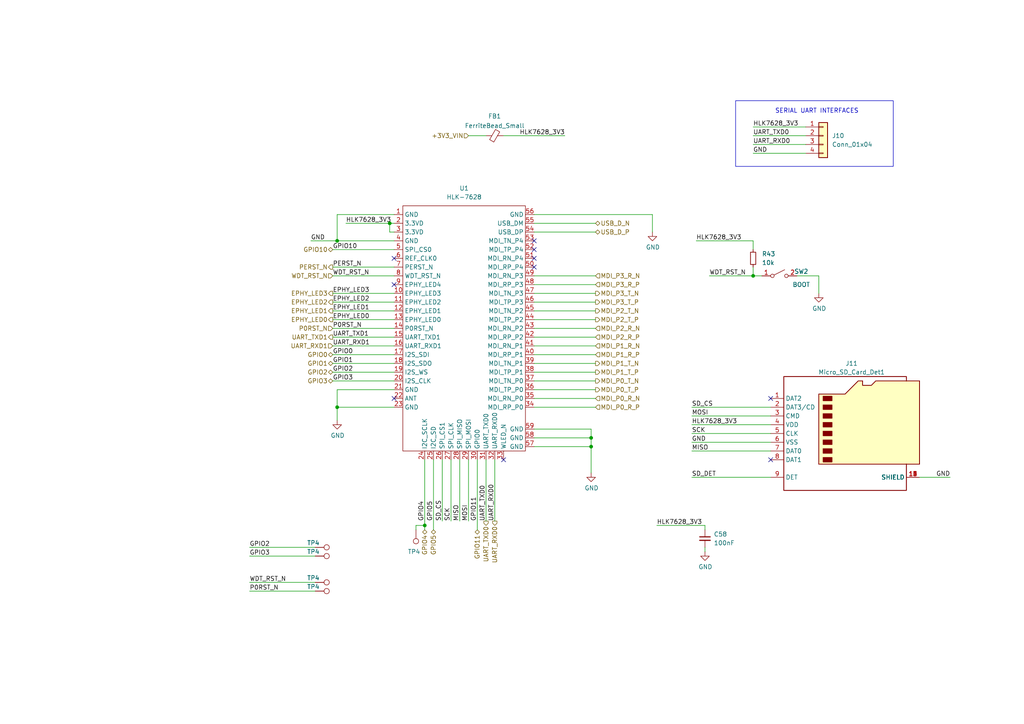
<source format=kicad_sch>
(kicad_sch (version 20230121) (generator eeschema)
  (paper "A4")
  (lib_symbols
    (symbol "Connector:Micro_SD_Card_Det1"
      (property "Reference" "J11" (at 0.635 20.32 0))
      (property "Value" "Micro_SD_Card_Det1" (at 0.635 17.78 0))
      (symbol "Micro_SD_Card_Det1_0_1"
        (rectangle (start -7.62 -6.985) (end -5.08 -8.255) (stroke (width 0.254)) (fill (type outline)))
        (rectangle (start -7.62 -4.445) (end -5.08 -5.715) (stroke (width 0.254)) (fill (type outline)))
        (rectangle (start -7.62 -1.905) (end -5.08 -3.175) (stroke (width 0.254)) (fill (type outline)))
        (rectangle (start -7.62 0.635) (end -5.08 -0.635) (stroke (width 0.254)) (fill (type outline)))
        (rectangle (start -7.62 3.175) (end -5.08 1.905) (stroke (width 0.254)) (fill (type outline)))
        (rectangle (start -7.62 5.715) (end -5.08 4.445) (stroke (width 0.254)) (fill (type outline)))
        (rectangle (start -7.62 8.255) (end -5.08 6.985) (stroke (width 0.254)) (fill (type outline)))
        (rectangle (start -7.62 10.795) (end -5.08 9.525) (stroke (width 0.254)) (fill (type outline)))
        (polyline (pts (xy 16.51 15.24) (xy 16.51 16.51) (xy -19.05 16.51) (xy -19.05 -16.51) (xy 16.51 -16.51) (xy 16.51 -8.89)) (stroke (width 0.254)))
        (polyline (pts (xy -8.89 -8.89) (xy -8.89 11.43) (xy -1.27 11.43) (xy 2.54 15.24) (xy 3.81 15.24) (xy 3.81 13.97) (xy 6.35 13.97) (xy 7.62 15.24) (xy 20.32 15.24) (xy 20.32 -8.89) (xy -8.89 -8.89)) (stroke (width 0.254)) (fill (type background)))
      )
      (symbol "Micro_SD_Card_Det1_1_1"
        (pin bidirectional line (at -22.86 10.16 0) (length 3.81) (name "DAT2") (number "1"))
        (pin passive line (at 20.32 -12.7 180) (length 3.81) (name "SHIELD") (number "10"))
        (pin passive line (at 20.32 -12.7 180) (length 3.81) (name "SHIELD") (number "11"))
        (pin passive line (at 20.32 -12.7 180) (length 3.81) (name "SHIELD") (number "12"))
        (pin passive line (at 20.32 -12.7 180) (length 3.81) (name "SHIELD") (number "13"))
        (pin passive line (at 20.32 -12.7 180) (length 3.81) (name "SHIELD") (number "14"))
        (pin passive line (at 20.32 -12.7 180) (length 3.81) (name "SHIELD") (number "15"))
        (pin bidirectional line (at -22.86 7.62 0) (length 3.81) (name "DAT3/CD") (number "2"))
        (pin input line (at -22.86 5.08 0) (length 3.81) (name "CMD") (number "3"))
        (pin power_in line (at -22.86 2.54 0) (length 3.81) (name "VDD") (number "4"))
        (pin input line (at -22.86 0 0) (length 3.81) (name "CLK") (number "5"))
        (pin power_in line (at -22.86 -2.54 0) (length 3.81) (name "VSS") (number "6"))
        (pin bidirectional line (at -22.86 -5.08 0) (length 3.81) (name "DAT0") (number "7"))
        (pin bidirectional line (at -22.86 -7.62 0) (length 3.81) (name "DAT1") (number "8"))
        (pin passive line (at -22.86 -12.7 0) (length 3.81) (name "DET") (number "9"))
      )
    )
    (symbol "Connector:TestPoint" (pin_numbers hide) (pin_names (offset 0.762) hide)
      (property "Reference" "TP" (at 0 6.858 0))
      (property "Value" "TestPoint" (at 0 5.08 0))
      (symbol "TestPoint_0_1"
        (circle (center 0 3.302) (radius 0.762))
      )
      (symbol "TestPoint_1_1"
        (pin passive line (at 0 0 90) (length 2.54) (name "1") (number "1"))
      )
    )
    (symbol "Connector_Generic:Conn_01x04" (pin_names (offset 1.016) hide)
      (property "Reference" "J" (at 0 5.08 0))
      (property "Value" "Conn_01x04" (at 0 -7.62 0))
      (symbol "Conn_01x04_1_1"
        (rectangle (start -1.27 -4.953) (end 0 -5.207) (stroke (width 0.1524)))
        (rectangle (start -1.27 -2.413) (end 0 -2.667) (stroke (width 0.1524)))
        (rectangle (start -1.27 0.127) (end 0 -0.127) (stroke (width 0.1524)))
        (rectangle (start -1.27 2.667) (end 0 2.413) (stroke (width 0.1524)))
        (rectangle (start -1.27 3.81) (end 1.27 -6.35) (stroke (width 0.254)) (fill (type background)))
        (pin passive line (at -5.08 2.54 0) (length 3.81) (name "Pin_1") (number "1"))
        (pin passive line (at -5.08 0 0) (length 3.81) (name "Pin_2") (number "2"))
        (pin passive line (at -5.08 -2.54 0) (length 3.81) (name "Pin_3") (number "3"))
        (pin passive line (at -5.08 -5.08 0) (length 3.81) (name "Pin_4") (number "4"))
      )
    )
    (symbol "Device:C_Small" (pin_numbers hide) (pin_names (offset 0.254) hide)
      (property "Reference" "C" (at 0.254 1.778 0))
      (property "Value" "C_Small" (at 0.254 -2.032 0))
      (symbol "C_Small_0_1"
        (polyline (pts (xy -1.524 -0.508) (xy 1.524 -0.508)) (stroke (width 0.3302)))
        (polyline (pts (xy -1.524 0.508) (xy 1.524 0.508)) (stroke (width 0.3048)))
      )
      (symbol "C_Small_1_1"
        (pin passive line (at 0 2.54 270) (length 2.032) (name "~") (number "1"))
        (pin passive line (at 0 -2.54 90) (length 2.032) (name "~") (number "2"))
      )
    )
    (symbol "Device:FerriteBead_Small" (pin_numbers hide) (pin_names (offset 0))
      (property "Reference" "FB" (at 1.905 1.27 0))
      (property "Value" "FerriteBead_Small" (at 1.905 -1.27 0))
      (symbol "FerriteBead_Small_0_1"
        (polyline (pts (xy 0 -1.27) (xy 0 -0.7874)))
        (polyline (pts (xy 0 0.889) (xy 0 1.2954)))
        (polyline (pts (xy -1.8288 0.2794) (xy -1.1176 1.4986) (xy 1.8288 -0.2032) (xy 1.1176 -1.4224) (xy -1.8288 0.2794)))
      )
      (symbol "FerriteBead_Small_1_1"
        (pin passive line (at 0 2.54 270) (length 1.27) (name "~") (number "1"))
        (pin passive line (at 0 -2.54 90) (length 1.27) (name "~") (number "2"))
      )
    )
    (symbol "Device:R_Small" (pin_numbers hide) (pin_names (offset 0.254) hide)
      (property "Reference" "R" (at 0.762 0.508 0))
      (property "Value" "R_Small" (at 0.762 -1.016 0))
      (symbol "R_Small_0_1"
        (rectangle (start -0.762 1.778) (end 0.762 -1.778) (stroke (width 0.2032)))
      )
      (symbol "R_Small_1_1"
        (pin passive line (at 0 2.54 270) (length 0.762) (name "~") (number "1"))
        (pin passive line (at 0 -2.54 90) (length 0.762) (name "~") (number "2"))
      )
    )
    (symbol "gabriel:HLK-7628"
      (property "Reference" "U" (at 0 1.27 0))
      (property "Value" "HLK-7628" (at 0 -2.54 0))
      (symbol "HLK-7628_0_1"
        (rectangle (start -17.78 0) (end 17.78 -71.12))
      )
      (symbol "HLK-7628_1_1"
        (pin passive line (at -20.32 -2.54 0) (length 2.54) (name "GND") (number "1"))
        (pin bidirectional line (at -20.32 -25.4 0) (length 2.54) (name "EPHY_LED3") (number "10"))
        (pin bidirectional line (at -20.32 -27.94 0) (length 2.54) (name "EPHY_LED2") (number "11"))
        (pin bidirectional line (at -20.32 -30.48 0) (length 2.54) (name "EPHY_LED1") (number "12"))
        (pin bidirectional line (at -20.32 -33.02 0) (length 2.54) (name "EPHY_LED0") (number "13"))
        (pin bidirectional line (at -20.32 -35.56 0) (length 2.54) (name "P0RST_N") (number "14"))
        (pin output line (at -20.32 -38.1 0) (length 2.54) (name "UART_TXD1") (number "15"))
        (pin input line (at -20.32 -40.64 0) (length 2.54) (name "UART_RXD1") (number "16"))
        (pin bidirectional line (at -20.32 -43.18 0) (length 2.54) (name "I2S_SDI") (number "17"))
        (pin bidirectional line (at -20.32 -45.72 0) (length 2.54) (name "I2S_SDO") (number "18"))
        (pin bidirectional line (at -20.32 -48.26 0) (length 2.54) (name "I2S_WS") (number "19"))
        (pin power_in line (at -20.32 -5.08 0) (length 2.54) (name "3.3VD") (number "2"))
        (pin bidirectional line (at -20.32 -50.8 0) (length 2.54) (name "I2S_CLK") (number "20"))
        (pin passive line (at -20.32 -53.34 0) (length 2.54) (name "GND") (number "21"))
        (pin passive line (at -20.32 -55.88 0) (length 2.54) (name "ANT") (number "22"))
        (pin passive line (at -20.32 -58.42 0) (length 2.54) (name "GND") (number "23"))
        (pin bidirectional line (at -11.43 -73.66 90) (length 2.54) (name "I2C_SCLK") (number "24"))
        (pin bidirectional line (at -8.89 -73.66 90) (length 2.54) (name "I2C_SD") (number "25"))
        (pin bidirectional line (at -6.35 -73.66 90) (length 2.54) (name "SPI_CS1") (number "26"))
        (pin bidirectional line (at -3.81 -73.66 90) (length 2.54) (name "SPI_CLK") (number "27"))
        (pin bidirectional line (at -1.27 -73.66 90) (length 2.54) (name "SPI_MISO") (number "28"))
        (pin bidirectional line (at 1.27 -73.66 90) (length 2.54) (name "SPI_MOSI") (number "29"))
        (pin power_in line (at -20.32 -7.62 0) (length 2.54) (name "3.3VD") (number "3"))
        (pin bidirectional line (at 3.81 -73.66 90) (length 2.54) (name "GPIO0") (number "30"))
        (pin output line (at 6.35 -73.66 90) (length 2.54) (name "UART_TXD0") (number "31"))
        (pin input line (at 8.89 -73.66 90) (length 2.54) (name "UART_RXD0") (number "32"))
        (pin bidirectional line (at 11.43 -73.66 90) (length 2.54) (name "WLED_N") (number "33"))
        (pin bidirectional line (at 20.32 -58.42 180) (length 2.54) (name "MDI_RP_P0") (number "34"))
        (pin bidirectional line (at 20.32 -55.88 180) (length 2.54) (name "MDI_RN_P0") (number "35"))
        (pin bidirectional line (at 20.32 -53.34 180) (length 2.54) (name "MDI_TP_P0") (number "36"))
        (pin bidirectional line (at 20.32 -50.8 180) (length 2.54) (name "MDI_TN_P0") (number "37"))
        (pin bidirectional line (at 20.32 -48.26 180) (length 2.54) (name "MDI_TP_P1") (number "38"))
        (pin bidirectional line (at 20.32 -45.72 180) (length 2.54) (name "MDI_TN_P1") (number "39"))
        (pin passive line (at -20.32 -10.16 0) (length 2.54) (name "GND") (number "4"))
        (pin bidirectional line (at 20.32 -43.18 180) (length 2.54) (name "MDI_RP_P1") (number "40"))
        (pin bidirectional line (at 20.32 -40.64 180) (length 2.54) (name "MDI_RN_P1") (number "41"))
        (pin bidirectional line (at 20.32 -38.1 180) (length 2.54) (name "MDI_RP_P2") (number "42"))
        (pin bidirectional line (at 20.32 -35.56 180) (length 2.54) (name "MDI_RN_P2") (number "43"))
        (pin bidirectional line (at 20.32 -33.02 180) (length 2.54) (name "MDI_TP_P2") (number "44"))
        (pin bidirectional line (at 20.32 -30.48 180) (length 2.54) (name "MDI_TN_P2") (number "45"))
        (pin bidirectional line (at 20.32 -27.94 180) (length 2.54) (name "MDI_TP_P3") (number "46"))
        (pin bidirectional line (at 20.32 -25.4 180) (length 2.54) (name "MDI_TN_P3") (number "47"))
        (pin bidirectional line (at 20.32 -22.86 180) (length 2.54) (name "MDI_RP_P3") (number "48"))
        (pin bidirectional line (at 20.32 -20.32 180) (length 2.54) (name "MDI_RN_P3") (number "49"))
        (pin bidirectional line (at -20.32 -12.7 0) (length 2.54) (name "SPI_CS0") (number "5"))
        (pin bidirectional line (at 20.32 -17.78 180) (length 2.54) (name "MDI_RP_P4") (number "50"))
        (pin bidirectional line (at 20.32 -15.24 180) (length 2.54) (name "MDI_RN_P4") (number "51"))
        (pin bidirectional line (at 20.32 -12.7 180) (length 2.54) (name "MDI_TP_P4") (number "52"))
        (pin bidirectional line (at 20.32 -10.16 180) (length 2.54) (name "MDI_TN_P4") (number "53"))
        (pin bidirectional line (at 20.32 -7.62 180) (length 2.54) (name "USB_DP") (number "54"))
        (pin bidirectional line (at 20.32 -5.08 180) (length 2.54) (name "USB_DM") (number "55"))
        (pin passive line (at 20.32 -2.54 180) (length 2.54) (name "GND") (number "56"))
        (pin passive line (at 20.32 -69.85 180) (length 2.54) (name "GND") (number "57"))
        (pin passive line (at 20.32 -67.31 180) (length 2.54) (name "GND") (number "58"))
        (pin passive line (at 20.32 -64.77 180) (length 2.54) (name "GND") (number "59"))
        (pin bidirectional line (at -20.32 -15.24 0) (length 2.54) (name "REF_CLK0") (number "6"))
        (pin bidirectional line (at -20.32 -17.78 0) (length 2.54) (name "PERST_N") (number "7"))
        (pin bidirectional line (at -20.32 -20.32 0) (length 2.54) (name "WDT_RST_N") (number "8"))
        (pin bidirectional line (at -20.32 -22.86 0) (length 2.54) (name "EPHY_LED4") (number "9"))
      )
    )
    (symbol "power:GND" (power) (pin_names (offset 0))
      (property "Value" "GND" (at 0 -3.81 0))
      (symbol "GND_0_1"
        (polyline (pts (xy 0 0) (xy 0 -1.27) (xy 1.27 -1.27) (xy 0 -2.54) (xy -1.27 -1.27) (xy 0 -1.27)))
      )
      (symbol "GND_1_1"
        (pin power_in line (at 0 0 270) (length 0) hide (name "GND") (number "1"))
      )
    )
    (symbol "switches:SW_SPST" (pin_names (offset 0) hide)
      (property "Reference" "SW" (at 0 3.175 0))
      (property "Value" "SW_SPST" (at 0 -2.54 0))
      (symbol "SW_SPST_0_0"
        (circle (center -2.032 0) (radius 0.508))
        (polyline (pts (xy -1.524 0.254) (xy 1.524 1.778)))
        (circle (center 2.032 0) (radius 0.508))
      )
      (symbol "SW_SPST_1_1"
        (pin passive line (at -5.08 0 0) (length 2.54) (name "A") (number "1"))
        (pin passive line (at 5.08 0 180) (length 2.54) (name "B") (number "2"))
      )
    )
  )
  (junction (at 171.45 127))
  (junction (at 97.79 69.85))
  (junction (at 97.79 118.11))
  (junction (at 113.03 64.77))
  (junction (at 218.44 80.01))
  (junction (at 171.45 129.54))
  (junction (at 123.19 152.4))
  (no_connect (at 114.3 74.93))
  (no_connect (at 154.94 77.47))
  (no_connect (at 114.3 115.57))
  (no_connect (at 146.05 133.35))
  (no_connect (at 154.94 72.39))
  (no_connect (at 154.94 69.85))
  (no_connect (at 223.52 133.35))
  (no_connect (at 154.94 74.93))
  (no_connect (at 223.52 115.57))
  (no_connect (at 114.3 82.55))
  (wire (pts (xy 200.66 118.11) (xy 223.52 118.11)))
  (wire (pts (xy 97.79 118.11) (xy 97.79 113.03)))
  (wire (pts (xy 154.94 124.46) (xy 171.45 124.46)))
  (wire (pts (xy 123.19 152.4) (xy 123.19 153.67)))
  (wire (pts (xy 130.81 151.13) (xy 130.81 133.35)))
  (wire (pts (xy 96.52 85.09) (xy 114.3 85.09)))
  (wire (pts (xy 97.79 121.92) (xy 97.79 118.11)))
  (wire (pts (xy 205.74 80.01) (xy 218.44 80.01)))
  (wire (pts (xy 200.66 138.43) (xy 223.52 138.43)))
  (wire (pts (xy 140.97 151.13) (xy 140.97 133.35)))
  (wire (pts (xy 133.35 151.13) (xy 133.35 133.35)))
  (wire (pts (xy 154.94 113.03) (xy 172.72 113.03)))
  (wire (pts (xy 200.66 123.19) (xy 223.52 123.19)))
  (wire (pts (xy 200.66 125.73) (xy 223.52 125.73)))
  (wire (pts (xy 97.79 113.03) (xy 114.3 113.03)))
  (wire (pts (xy 96.52 77.47) (xy 114.3 77.47)))
  (wire (pts (xy 154.94 62.23) (xy 189.23 62.23)))
  (wire (pts (xy 96.52 87.63) (xy 114.3 87.63)))
  (wire (pts (xy 171.45 129.54) (xy 171.45 137.16)))
  (wire (pts (xy 96.52 107.95) (xy 114.3 107.95)))
  (wire (pts (xy 96.52 110.49) (xy 114.3 110.49)))
  (wire (pts (xy 154.94 100.33) (xy 172.72 100.33)))
  (wire (pts (xy 135.89 151.13) (xy 135.89 133.35)))
  (wire (pts (xy 113.03 64.77) (xy 114.3 64.77)))
  (wire (pts (xy 100.33 64.77) (xy 113.03 64.77)))
  (wire (pts (xy 72.39 168.91) (xy 91.44 168.91)))
  (wire (pts (xy 237.49 85.09) (xy 237.49 80.01)))
  (wire (pts (xy 135.89 39.37) (xy 140.97 39.37)))
  (wire (pts (xy 114.3 62.23) (xy 97.79 62.23)))
  (wire (pts (xy 97.79 118.11) (xy 114.3 118.11)))
  (wire (pts (xy 154.94 95.25) (xy 172.72 95.25)))
  (wire (pts (xy 125.73 133.35) (xy 125.73 153.67)))
  (wire (pts (xy 218.44 80.01) (xy 220.98 80.01)))
  (wire (pts (xy 154.94 67.31) (xy 172.72 67.31)))
  (wire (pts (xy 97.79 62.23) (xy 97.79 69.85)))
  (wire (pts (xy 154.94 127) (xy 171.45 127)))
  (wire (pts (xy 154.94 102.87) (xy 172.72 102.87)))
  (wire (pts (xy 204.47 158.75) (xy 204.47 160.02)))
  (wire (pts (xy 154.94 92.71) (xy 172.72 92.71)))
  (wire (pts (xy 113.03 67.31) (xy 114.3 67.31)))
  (wire (pts (xy 218.44 44.45) (xy 233.68 44.45)))
  (wire (pts (xy 200.66 120.65) (xy 223.52 120.65)))
  (wire (pts (xy 218.44 77.47) (xy 218.44 80.01)))
  (wire (pts (xy 96.52 80.01) (xy 114.3 80.01)))
  (wire (pts (xy 154.94 110.49) (xy 172.72 110.49)))
  (wire (pts (xy 154.94 90.17) (xy 172.72 90.17)))
  (wire (pts (xy 154.94 80.01) (xy 172.72 80.01)))
  (wire (pts (xy 154.94 85.09) (xy 172.72 85.09)))
  (wire (pts (xy 204.47 153.67) (xy 204.47 152.4)))
  (wire (pts (xy 113.03 64.77) (xy 113.03 67.31)))
  (wire (pts (xy 218.44 41.91) (xy 233.68 41.91)))
  (wire (pts (xy 96.52 95.25) (xy 114.3 95.25)))
  (wire (pts (xy 237.49 80.01) (xy 231.14 80.01)))
  (wire (pts (xy 120.65 153.67) (xy 120.65 152.4)))
  (wire (pts (xy 96.52 100.33) (xy 114.3 100.33)))
  (wire (pts (xy 96.52 102.87) (xy 114.3 102.87)))
  (wire (pts (xy 200.66 130.81) (xy 223.52 130.81)))
  (wire (pts (xy 90.17 69.85) (xy 97.79 69.85)))
  (wire (pts (xy 275.59 138.43) (xy 266.7 138.43)))
  (wire (pts (xy 200.66 128.27) (xy 223.52 128.27)))
  (wire (pts (xy 96.52 105.41) (xy 114.3 105.41)))
  (wire (pts (xy 218.44 39.37) (xy 233.68 39.37)))
  (wire (pts (xy 189.23 67.31) (xy 189.23 62.23)))
  (wire (pts (xy 154.94 115.57) (xy 172.72 115.57)))
  (wire (pts (xy 123.19 133.35) (xy 123.19 152.4)))
  (wire (pts (xy 218.44 69.85) (xy 218.44 72.39)))
  (wire (pts (xy 96.52 97.79) (xy 114.3 97.79)))
  (wire (pts (xy 138.43 133.35) (xy 138.43 153.67)))
  (wire (pts (xy 154.94 105.41) (xy 172.72 105.41)))
  (wire (pts (xy 143.51 151.13) (xy 143.51 133.35)))
  (wire (pts (xy 218.44 36.83) (xy 233.68 36.83)))
  (wire (pts (xy 154.94 107.95) (xy 172.72 107.95)))
  (wire (pts (xy 72.39 158.75) (xy 91.44 158.75)))
  (wire (pts (xy 114.3 69.85) (xy 97.79 69.85)))
  (wire (pts (xy 72.39 171.45) (xy 91.44 171.45)))
  (wire (pts (xy 154.94 97.79) (xy 172.72 97.79)))
  (wire (pts (xy 128.27 151.13) (xy 128.27 133.35)))
  (wire (pts (xy 204.47 152.4) (xy 190.5 152.4)))
  (wire (pts (xy 120.65 152.4) (xy 123.19 152.4)))
  (wire (pts (xy 201.93 69.85) (xy 218.44 69.85)))
  (wire (pts (xy 171.45 129.54) (xy 171.45 127)))
  (wire (pts (xy 96.52 72.39) (xy 114.3 72.39)))
  (wire (pts (xy 154.94 129.54) (xy 171.45 129.54)))
  (wire (pts (xy 96.52 92.71) (xy 114.3 92.71)))
  (wire (pts (xy 154.94 118.11) (xy 172.72 118.11)))
  (wire (pts (xy 72.39 161.29) (xy 91.44 161.29)))
  (wire (pts (xy 171.45 127) (xy 171.45 124.46)))
  (wire (pts (xy 96.52 90.17) (xy 114.3 90.17)))
  (wire (pts (xy 154.94 87.63) (xy 172.72 87.63)))
  (wire (pts (xy 163.83 39.37) (xy 146.05 39.37)))
  (wire (pts (xy 154.94 64.77) (xy 172.72 64.77)))
  (wire (pts (xy 154.94 82.55) (xy 172.72 82.55)))
  (rectangle (start 213.36 29.21) (end 259.08 48.26))
  (text "SERIAL UART INTERFACES" (at 224.79 33.02 0) (effects (font (size 1.27 1.27)) (justify left bottom)))
  (label "UART_TXD1" (at 96.52 97.79 0))
  (label "GND" (at 200.66 128.27 0))
  (label "HLK7628_3V3" (at 201.93 69.85 0))
  (label "P0RST_N" (at 96.52 95.25 0))
  (label "WDT_RST_N" (at 72.39 168.91 0))
  (label "GPIO10" (at 96.52 72.39 0))
  (label "MOSI" (at 200.66 120.65 0))
  (label "GPIO1" (at 96.52 105.41 0))
  (label "HLK7628_3V3" (at 190.5 152.4 0))
  (label "GPIO5" (at 125.73 151.13 90))
  (label "MISO" (at 200.66 130.81 0))
  (label "GPIO3" (at 72.39 161.29 0))
  (label "EPHY_LED2" (at 96.52 87.63 0))
  (label "SD_CS" (at 128.27 151.13 90))
  (label "HLK7628_3V3" (at 163.83 39.37 180))
  (label "UART_TXD0" (at 218.44 39.37 0))
  (label "UART_RXD1" (at 96.52 100.33 0))
  (label "WDT_RST_N" (at 96.52 80.01 0))
  (label "EPHY_LED0" (at 96.52 92.71 0))
  (label "GND" (at 90.17 69.85 0))
  (label "EPHY_LED1" (at 96.52 90.17 0))
  (label "UART_TXD0" (at 140.97 151.13 90))
  (label "SCK" (at 130.81 151.13 90))
  (label "EPHY_LED3" (at 96.52 85.09 0))
  (label "GND" (at 218.44 44.45 0))
  (label "GND" (at 275.59 138.43 180))
  (label "HLK7628_3V3" (at 218.44 36.83 0))
  (label "GPIO2" (at 72.39 158.75 0))
  (label "GPIO2" (at 96.52 107.95 0))
  (label "PERST_N" (at 96.52 77.47 0))
  (label "HLK7628_3V3" (at 100.33 64.77 0))
  (label "P0RST_N" (at 72.39 171.45 0))
  (label "SD_CS" (at 200.66 118.11 0))
  (label "SCK" (at 200.66 125.73 0))
  (label "GPIO0" (at 96.52 102.87 0))
  (label "GPIO11" (at 138.43 151.13 90))
  (label "UART_RXD0" (at 143.51 151.13 90))
  (label "MOSI" (at 135.89 151.13 90))
  (label "SD_DET" (at 200.66 138.43 0))
  (label "UART_RXD0" (at 218.44 41.91 0))
  (label "HLK7628_3V3" (at 200.66 123.19 0))
  (label "MISO" (at 133.35 151.13 90))
  (label "GPIO3" (at 96.52 110.49 0))
  (label "GPIO4" (at 123.19 151.13 90))
  (label "WDT_RST_N" (at 205.74 80.01 0))
  (hierarchical_label "MDI_P2_R_P" (shape input) (at 172.72 97.79 0))
  (hierarchical_label "MDI_P1_T_N" (shape output) (at 172.72 105.41 0))
  (hierarchical_label "P0RST_N" (shape input) (at 96.52 95.25 180))
  (hierarchical_label "MDI_P1_R_P" (shape input) (at 172.72 102.87 0))
  (hierarchical_label "MDI_P0_R_N" (shape input) (at 172.72 115.57 0))
  (hierarchical_label "+3V3_VIN" (shape input) (at 135.89 39.37 180))
  (hierarchical_label "MDI_P0_R_P" (shape input) (at 172.72 118.11 0))
  (hierarchical_label "EPHY_LED0" (shape output) (at 96.52 92.71 180))
  (hierarchical_label "MDI_P3_R_P" (shape input) (at 172.72 82.55 0))
  (hierarchical_label "GPIO11" (shape bidirectional) (at 138.43 153.67 270))
  (hierarchical_label "MDI_P2_T_P" (shape output) (at 172.72 92.71 0))
  (hierarchical_label "USB_D_N" (shape bidirectional) (at 172.72 64.77 0))
  (hierarchical_label "MDI_P2_T_N" (shape output) (at 172.72 90.17 0))
  (hierarchical_label "MDI_P3_T_P" (shape output) (at 172.72 87.63 0))
  (hierarchical_label "MDI_P3_T_N" (shape output) (at 172.72 85.09 0))
  (hierarchical_label "GPIO5" (shape bidirectional) (at 125.73 153.67 270))
  (hierarchical_label "MDI_P3_R_N" (shape input) (at 172.72 80.01 0))
  (hierarchical_label "MDI_P1_R_N" (shape input) (at 172.72 100.33 0))
  (hierarchical_label "MDI_P1_T_P" (shape output) (at 172.72 107.95 0))
  (hierarchical_label "UART_RXD1" (shape input) (at 96.52 100.33 180))
  (hierarchical_label "GPIO4" (shape bidirectional) (at 123.19 153.67 270))
  (hierarchical_label "USB_D_P" (shape bidirectional) (at 172.72 67.31 0))
  (hierarchical_label "PERST_N" (shape output) (at 96.52 77.47 180))
  (hierarchical_label "GPIO2" (shape bidirectional) (at 96.52 107.95 180))
  (hierarchical_label "GPIO0" (shape bidirectional) (at 96.52 102.87 180))
  (hierarchical_label "UART_TXD1" (shape output) (at 96.52 97.79 180))
  (hierarchical_label "EPHY_LED3" (shape output) (at 96.52 85.09 180))
  (hierarchical_label "UART_TXD0" (shape output) (at 140.97 151.13 270))
  (hierarchical_label "GPIO10" (shape bidirectional) (at 96.52 72.39 180))
  (hierarchical_label "EPHY_LED2" (shape output) (at 96.52 87.63 180))
  (hierarchical_label "EPHY_LED1" (shape output) (at 96.52 90.17 180))
  (hierarchical_label "WDT_RST_N" (shape input) (at 96.52 80.01 180))
  (hierarchical_label "MDI_P0_T_N" (shape output) (at 172.72 110.49 0))
  (hierarchical_label "MDI_P2_R_N" (shape input) (at 172.72 95.25 0))
  (hierarchical_label "GPIO1" (shape bidirectional) (at 96.52 105.41 180))
  (hierarchical_label "UART_RXD0" (shape output) (at 143.51 151.13 270))
  (hierarchical_label "MDI_P0_T_P" (shape output) (at 172.72 113.03 0))
  (hierarchical_label "GPIO3" (shape bidirectional) (at 96.52 110.49 180))
  (symbol (lib_id "power:GND") (at 237.49 85.09 0) (unit 1)
    (property "Reference" "#PWR027" (effects hide))
    (property "Value" "GND" (at 237.617 89.4842 0))
    (instances (project "macunaima_rev1" (path "" (reference "#PWR027") (unit 1)) (path "" (reference "#PWR051") (unit 1))))
  )
  (symbol (lib_id "gabriel:HLK-7628") (at 134.62 59.69 0) (unit 1)
    (property "Reference" "U1" (at 134.62 54.61 0))
    (property "Value" "HLK-7628" (at 134.62 57.15 0))
    (property "Footprint" "Gabriel:HLK-7628" (effects hide))
  )
  (symbol (lib_id "Connector:TestPoint") (at 91.44 171.45 270) (mirror x) (unit 1)
    (property "Reference" "TP4" (at 92.71 170.18 90) (effects (justify right)))
    (property "Value" "TestPoint" (effects hide))
    (property "Footprint" "TestPoint:TestPoint_Pad_D1.0mm" (effects hide))
    (instances (project "macunaima_rev1" (path "" (reference "TP4") (unit 1)) (path "" (reference "TP14") (unit 1))))
  )
  (symbol (lib_id "Device:C_Small") (at 204.47 156.21 0) (unit 1)
    (property "Reference" "C58" (at 207.01 154.9463 0) (effects (justify left)))
    (property "Value" "100nF" (at 207.01 157.4863 0) (effects (justify left)))
    (property "Footprint" "Capacitor_SMD:C_0402_1005Metric" (effects hide))
  )
  (symbol (lib_id "power:GND") (at 171.45 137.16 0) (unit 1)
    (property "Reference" "#PWR0104" (effects hide))
    (property "Value" "GND" (at 171.577 141.5542 0))
    (instances (project "macunaima_rev1" (path "" (reference "#PWR0104") (unit 1)) (path "" (reference "#PWR049") (unit 1))))
  )
  (symbol (lib_id "Device:FerriteBead_Small") (at 143.51 39.37 90) (unit 1)
    (property "Reference" "FB1" (at 143.4719 33.7017 90))
    (property "Value" "FerriteBead_Small" (at 143.4719 36.4768 90))
    (property "Footprint" "Inductor_SMD:L_0402_1005Metric" (effects hide))
    (property "Datasheet" "https://datasheet.lcsc.com/lcsc/1810311724_TDK-MPZ1005S100CT000_C275476.pdf" (effects hide))
    (property "LCSC Part" "C275476" (effects hide))
    (instances (project "macunaima_rev1" (path "" (reference "FB1") (unit 1)) (path "" (reference "FB3") (unit 1)) (path "" (reference "FB5") (unit 1))))
  )
  (symbol (lib_id "Device:R_Small") (at 218.44 74.93 180) (unit 1)
    (property "Reference" "R43" (at 220.98 73.66 0) (effects (justify right)))
    (property "Value" "10k" (at 220.98 76.2 0) (effects (justify right)))
    (property "Footprint" "Resistor_SMD:R_0402_1005Metric" (effects hide))
  )
  (symbol (lib_id "Connector:TestPoint") (at 91.44 158.75 270) (mirror x) (unit 1)
    (property "Reference" "TP4" (at 92.71 157.48 90) (effects (justify right)))
    (property "Value" "TestPoint" (effects hide))
    (property "Footprint" "TestPoint:TestPoint_Pad_D1.0mm" (effects hide))
    (instances (project "macunaima_rev1" (path "" (reference "TP4") (unit 1)) (path "" (reference "TP18") (unit 1))))
  )
  (symbol (lib_id "switches:SW_SPST") (at 226.06 80.01 0) (unit 1)
    (property "Reference" "SW2" (at 232.41 78.74 0))
    (property "Value" "BOOT" (at 232.41 82.55 0))
    (property "Footprint" "Button_Switch_SMD:SW_SPST_FSMSM" (effects hide))
    (property "OBS" "BOOT" (effects hide))
    (instances (project "macunaima_rev1" (path "" (reference "SW2") (unit 1)) (path "" (reference "SW1") (unit 1))) (project "low_level" (path "" (reference "SW1") (unit 1))))
  )
  (symbol (lib_id "Connector_Generic:Conn_01x04") (at 238.76 39.37 0) (unit 1)
    (property "Reference" "J10" (at 241.3 39.37 0) (effects (justify left)))
    (property "Value" "Conn_01x04" (at 241.3 41.91 0) (effects (justify left)))
    (property "Footprint" "Connector_PinHeader_2.54mm:PinHeader_1x04_P2.54mm_Vertical" (effects hide))
    (instances (project "macunaima_rev1" (path "" (reference "J10") (unit 1)) (path "" (reference "J9") (unit 1)) (path "" (reference "J11") (unit 1))))
  )
  (symbol (lib_id "Connector:TestPoint") (at 91.44 168.91 270) (mirror x) (unit 1)
    (property "Reference" "TP4" (at 92.71 167.64 90) (effects (justify right)))
    (property "Value" "TestPoint" (effects hide))
    (property "Footprint" "TestPoint:TestPoint_Pad_D1.0mm" (effects hide))
    (instances (project "macunaima_rev1" (path "" (reference "TP4") (unit 1)) (path "" (reference "TP13") (unit 1))))
  )
  (symbol (lib_id "Connector:Micro_SD_Card_Det1") (at 246.38 125.73 0) (unit 1)
    (property "Reference" "J11" (at 247.015 105.41 0))
    (property "Value" "Micro_SD_Card_Det1" (at 247.015 107.95 0))
    (property "Footprint" "footprints:CONN9_0185-02_GSW" (effects hide))
    (property "Datasheet" "https://datasheet.lcsc.com/lcsc/2110151630_XKB-Connectivity-XKTF-015-N_C381082.pdf" (effects hide))
    (instances (project "macunaima_rev1" (path "" (reference "J11") (unit 1)) (path "" (reference "J5") (unit 1))))
  )
  (symbol (lib_id "Connector:TestPoint") (at 120.65 153.67 0) (mirror x) (unit 1)
    (property "Reference" "TP4" (at 121.92 160.02 0) (effects (justify right)))
    (property "Value" "TestPoint" (effects hide))
    (property "Footprint" "TestPoint:TestPoint_Pad_D1.0mm" (effects hide))
    (instances (project "macunaima_rev1" (path "" (reference "TP4") (unit 1)) (path "" (reference "TP7") (unit 1))))
  )
  (symbol (lib_id "power:GND") (at 97.79 121.92 0) (unit 1)
    (property "Reference" "#PWR0101" (effects hide))
    (property "Value" "GND" (at 97.917 126.3142 0))
    (instances (project "macunaima_rev1" (path "" (reference "#PWR0101") (unit 1)) (path "" (reference "#PWR048") (unit 1))))
  )
  (symbol (lib_id "Connector:TestPoint") (at 91.44 161.29 270) (mirror x) (unit 1)
    (property "Reference" "TP4" (at 92.71 160.02 90) (effects (justify right)))
    (property "Value" "TestPoint" (effects hide))
    (property "Footprint" "TestPoint:TestPoint_Pad_D1.0mm" (effects hide))
    (instances (project "macunaima_rev1" (path "" (reference "TP4") (unit 1)) (path "" (reference "TP15") (unit 1))))
  )
  (symbol (lib_id "power:GND") (at 204.47 160.02 0) (unit 1)
    (property "Reference" "#PWR0104" (effects hide))
    (property "Value" "GND" (at 204.597 164.4142 0))
    (instances (project "macunaima_rev1" (path "" (reference "#PWR0104") (unit 1)) (path "" (reference "#PWR054") (unit 1))))
  )
  (symbol (lib_id "power:GND") (at 189.23 67.31 0) (unit 1)
    (property "Reference" "#PWR0103" (effects hide))
    (property "Value" "GND" (at 189.357 71.7042 0))
    (instances (project "macunaima_rev1" (path "" (reference "#PWR0103") (unit 1)) (path "" (reference "#PWR050") (unit 1))))
  )
)
</source>
